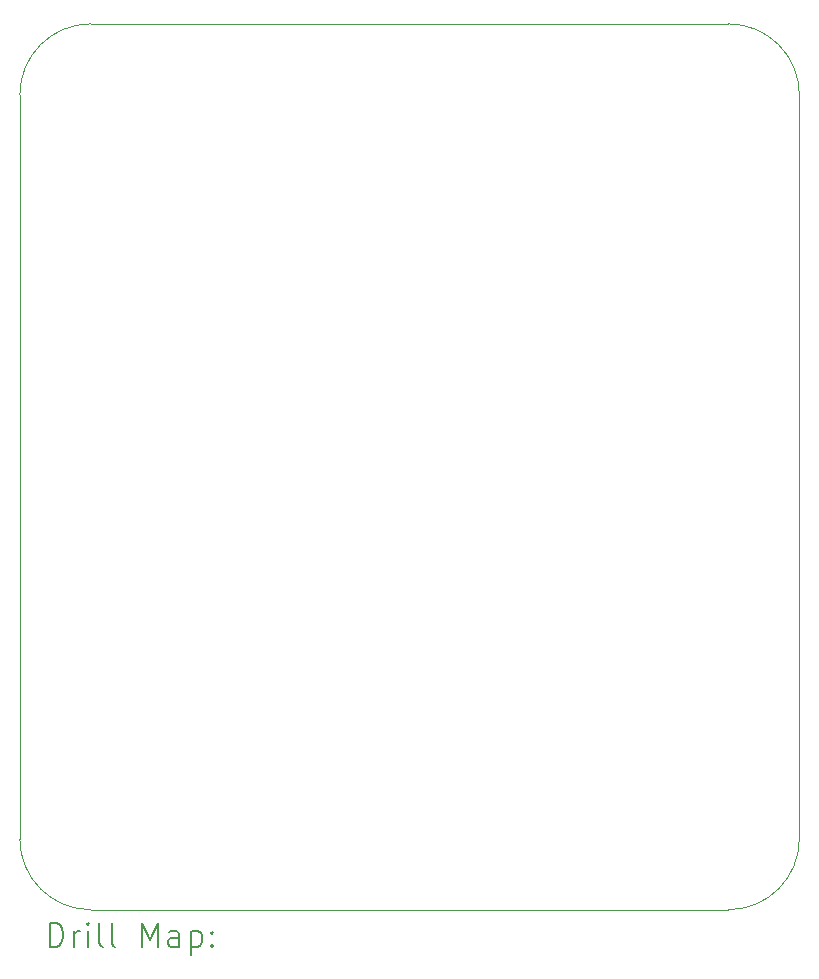
<source format=gbr>
%FSLAX45Y45*%
G04 Gerber Fmt 4.5, Leading zero omitted, Abs format (unit mm)*
G04 Created by KiCad (PCBNEW (6.0.2)) date 2022-07-31 17:20:10*
%MOMM*%
%LPD*%
G01*
G04 APERTURE LIST*
%TA.AperFunction,Profile*%
%ADD10C,0.050000*%
%TD*%
%ADD11C,0.200000*%
G04 APERTURE END LIST*
D10*
X8300000Y-14600000D02*
G75*
G03*
X8900000Y-15200000I600000J0D01*
G01*
X8900000Y-7700000D02*
X14300000Y-7700000D01*
X14300000Y-15200000D02*
G75*
G03*
X14900000Y-14600000I0J600000D01*
G01*
X14900000Y-14600000D02*
X14900000Y-8300000D01*
X8900000Y-7700000D02*
G75*
G03*
X8300000Y-8300000I0J-600000D01*
G01*
X8300000Y-14600000D02*
X8300000Y-8300000D01*
X14900000Y-8300000D02*
G75*
G03*
X14300000Y-7700000I-600000J0D01*
G01*
X8900000Y-15200000D02*
X14300000Y-15200000D01*
D11*
X8555119Y-15512976D02*
X8555119Y-15312976D01*
X8602738Y-15312976D01*
X8631310Y-15322500D01*
X8650357Y-15341548D01*
X8659881Y-15360595D01*
X8669405Y-15398690D01*
X8669405Y-15427262D01*
X8659881Y-15465357D01*
X8650357Y-15484405D01*
X8631310Y-15503452D01*
X8602738Y-15512976D01*
X8555119Y-15512976D01*
X8755119Y-15512976D02*
X8755119Y-15379643D01*
X8755119Y-15417738D02*
X8764643Y-15398690D01*
X8774167Y-15389167D01*
X8793214Y-15379643D01*
X8812262Y-15379643D01*
X8878929Y-15512976D02*
X8878929Y-15379643D01*
X8878929Y-15312976D02*
X8869405Y-15322500D01*
X8878929Y-15332024D01*
X8888452Y-15322500D01*
X8878929Y-15312976D01*
X8878929Y-15332024D01*
X9002738Y-15512976D02*
X8983690Y-15503452D01*
X8974167Y-15484405D01*
X8974167Y-15312976D01*
X9107500Y-15512976D02*
X9088452Y-15503452D01*
X9078929Y-15484405D01*
X9078929Y-15312976D01*
X9336071Y-15512976D02*
X9336071Y-15312976D01*
X9402738Y-15455833D01*
X9469405Y-15312976D01*
X9469405Y-15512976D01*
X9650357Y-15512976D02*
X9650357Y-15408214D01*
X9640833Y-15389167D01*
X9621786Y-15379643D01*
X9583690Y-15379643D01*
X9564643Y-15389167D01*
X9650357Y-15503452D02*
X9631310Y-15512976D01*
X9583690Y-15512976D01*
X9564643Y-15503452D01*
X9555119Y-15484405D01*
X9555119Y-15465357D01*
X9564643Y-15446309D01*
X9583690Y-15436786D01*
X9631310Y-15436786D01*
X9650357Y-15427262D01*
X9745595Y-15379643D02*
X9745595Y-15579643D01*
X9745595Y-15389167D02*
X9764643Y-15379643D01*
X9802738Y-15379643D01*
X9821786Y-15389167D01*
X9831310Y-15398690D01*
X9840833Y-15417738D01*
X9840833Y-15474881D01*
X9831310Y-15493928D01*
X9821786Y-15503452D01*
X9802738Y-15512976D01*
X9764643Y-15512976D01*
X9745595Y-15503452D01*
X9926548Y-15493928D02*
X9936071Y-15503452D01*
X9926548Y-15512976D01*
X9917024Y-15503452D01*
X9926548Y-15493928D01*
X9926548Y-15512976D01*
X9926548Y-15389167D02*
X9936071Y-15398690D01*
X9926548Y-15408214D01*
X9917024Y-15398690D01*
X9926548Y-15389167D01*
X9926548Y-15408214D01*
M02*

</source>
